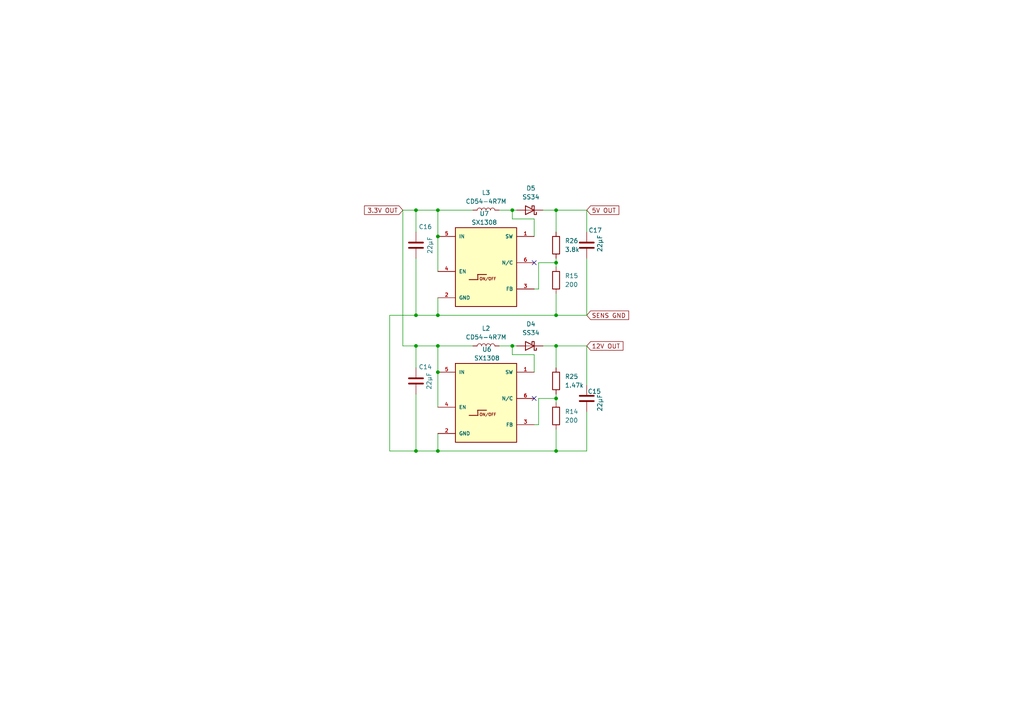
<source format=kicad_sch>
(kicad_sch (version 20250114) (generator "eeschema") (generator_version "9.0")
  (paper "A4")
  (title_block (title "Daniel Kluka Weather Station - DKWS") (date "2025-05-27") (rev "4") (company "Brno University of Technology") (comment 1 "Faculty of Eelectrical Engineering") (comment 2 "Department of Telecommunications") (comment 3 "Meteo Telcorain") (comment 4 "Bc. Daniel Kluka"))
  (lib_symbols
    (symbol "Device:C" (pin_numbers (hide yes)) (pin_names (offset 0.254))
      (property "Reference" "C" (at 0.635 2.54 0))
      (property "Value" "C" (at 0.635 -2.54 0))
      (symbol "C_0_1"
        (polyline (pts (xy -2.032 0.762) (xy 2.032 0.762)) (stroke (width 0.508)))
        (polyline (pts (xy -2.032 -0.762) (xy 2.032 -0.762)) (stroke (width 0.508)))
      )
      (symbol "C_1_1"
        (pin passive line (at 0 3.81 270) (length 2.794) (name "~") (number "1"))
        (pin passive line (at 0 -3.81 90) (length 2.794) (name "~") (number "2"))
      )
    )
    (symbol "Device:L" (pin_numbers (hide yes)) (pin_names (offset 1.016) (hide yes))
      (property "Reference" "L" (at -1.27 0 90))
      (property "Value" "L" (at 1.905 0 90))
      (symbol "L_0_1"
        (arc (start 0 2.54) (mid 0.6323 1.905) (end 0 1.27))
        (arc (start 0 1.27) (mid 0.6323 0.635) (end 0 0))
        (arc (start 0 0) (mid 0.6323 -0.635) (end 0 -1.27))
        (arc (start 0 -1.27) (mid 0.6323 -1.905) (end 0 -2.54))
      )
      (symbol "L_1_1"
        (pin passive line (at 0 3.81 270) (length 1.27) (name "1") (number "1"))
        (pin passive line (at 0 -3.81 90) (length 1.27) (name "2") (number "2"))
      )
    )
    (symbol "Device:R" (pin_numbers (hide yes)) (pin_names (offset 0))
      (property "Reference" "R" (at 2.032 0 90))
      (property "Value" "R" (at 0 0 90))
      (symbol "R_0_1"
        (rectangle (start -1.016 -2.54) (end 1.016 2.54) (stroke (width 0.254)))
      )
      (symbol "R_1_1"
        (pin passive line (at 0 3.81 270) (length 1.27) (name "~") (number "1"))
        (pin passive line (at 0 -3.81 90) (length 1.27) (name "~") (number "2"))
      )
    )
    (symbol "Diode:SS34" (pin_numbers (hide yes)) (pin_names (offset 1.016) (hide yes))
      (property "Reference" "D" (at 0 2.54 0))
      (property "Value" "SS34" (at 0 -2.54 0))
      (symbol "SS34_0_1"
        (polyline (pts (xy -1.905 0.635) (xy -1.905 1.27) (xy -1.27 1.27) (xy -1.27 -1.27) (xy -0.635 -1.27) (xy -0.635 -0.635)) (stroke (width 0.254)))
        (polyline (pts (xy 1.27 1.27) (xy 1.27 -1.27) (xy -1.27 0) (xy 1.27 1.27)) (stroke (width 0.254)))
        (polyline (pts (xy 1.27 0) (xy -1.27 0)))
      )
      (symbol "SS34_1_1"
        (pin passive line (at -3.81 0 0) (length 2.54) (name "K") (number "1"))
        (pin passive line (at 3.81 0 180) (length 2.54) (name "A") (number "2"))
      )
    )
    (symbol "SX1308:SX1308" (pin_names (offset 1.016))
      (property "Reference" "U" (at -17.7823 20.3227 0))
      (property "Value" "SX1308" (at -17.8112 17.8112 0))
      (symbol "SX1308_0_0"
        (rectangle (start -17.78 -7.62) (end 0 15.24) (stroke (width 0.254)) (fill (type background)))
        (polyline (pts (xy -13.7869 0.1747) (xy -11.2469 0.1747)) (stroke (width 0.254)))
        (polyline (pts (xy -11.305 1.6663) (xy -8.765 1.6663)) (stroke (width 0.254)))
        (polyline (pts (xy -11.2469 0.1747) (xy -11.305 1.6663)) (stroke (width 0.254)))
        (text "ON/OFF" (at -10.8715 -0.0583 0) (effects (font (size 0.8139 0.8139)) (justify left bottom)))
        (pin bidirectional line (at -22.86 12.7 0) (length 5.08) (name "IN") (number "5"))
        (pin bidirectional line (at -22.86 2.54 0) (length 5.08) (name "EN") (number "4"))
        (pin bidirectional line (at -22.86 -5.08 0) (length 5.08) (name "GND") (number "2"))
        (pin bidirectional line (at 5.08 12.7 180) (length 5.08) (name "SW") (number "1"))
        (pin bidirectional line (at 5.08 5.08 180) (length 5.08) (name "N/C") (number "6"))
        (pin bidirectional line (at 5.08 -2.54 180) (length 5.08) (name "FB") (number "3"))
      )
    )
  )
  (junction (at 148.59 100.33))
  (junction (at 127 60.96))
  (junction (at 120.65 130.81))
  (junction (at 120.65 60.96))
  (junction (at 127 130.81))
  (junction (at 161.29 76.2))
  (junction (at 161.29 91.44))
  (junction (at 127 68.58))
  (junction (at 161.29 100.33))
  (junction (at 161.29 115.57))
  (junction (at 148.59 60.96))
  (junction (at 120.65 91.44))
  (junction (at 127 100.33))
  (junction (at 127 107.95))
  (junction (at 120.65 100.33))
  (junction (at 127 91.44))
  (junction (at 161.29 130.81))
  (junction (at 161.29 60.96))
  (no_connect (at 154.94 115.57))
  (no_connect (at 154.94 76.2))
  (wire (pts (xy 120.65 100.33) (xy 127 100.33)))
  (wire (pts (xy 127 86.36) (xy 127 91.44)))
  (wire (pts (xy 156.21 76.2) (xy 161.29 76.2)))
  (wire (pts (xy 154.94 83.82) (xy 156.21 83.82)))
  (wire (pts (xy 144.78 100.33) (xy 148.59 100.33)))
  (wire (pts (xy 120.65 106.68) (xy 120.65 100.33)))
  (wire (pts (xy 156.21 76.2) (xy 156.21 83.82)))
  (wire (pts (xy 113.03 91.44) (xy 120.65 91.44)))
  (wire (pts (xy 161.29 60.96) (xy 170.18 60.96)))
  (wire (pts (xy 120.65 60.96) (xy 127 60.96)))
  (wire (pts (xy 161.29 130.81) (xy 161.29 124.46)))
  (wire (pts (xy 170.18 119.38) (xy 170.18 130.81)))
  (wire (pts (xy 154.94 123.19) (xy 156.21 123.19)))
  (wire (pts (xy 170.18 60.96) (xy 170.18 67.31)))
  (wire (pts (xy 127 130.81) (xy 161.29 130.81)))
  (wire (pts (xy 120.65 74.93) (xy 120.65 91.44)))
  (wire (pts (xy 161.29 100.33) (xy 161.29 106.68)))
  (wire (pts (xy 157.48 100.33) (xy 161.29 100.33)))
  (wire (pts (xy 161.29 114.3) (xy 161.29 115.57)))
  (wire (pts (xy 148.59 102.87) (xy 148.59 100.33)))
  (wire (pts (xy 116.84 60.96) (xy 116.84 100.33)))
  (wire (pts (xy 113.03 130.81) (xy 120.65 130.81)))
  (wire (pts (xy 116.84 100.33) (xy 120.65 100.33)))
  (wire (pts (xy 161.29 115.57) (xy 161.29 116.84)))
  (wire (pts (xy 161.29 76.2) (xy 161.29 77.47)))
  (wire (pts (xy 113.03 91.44) (xy 113.03 130.81)))
  (wire (pts (xy 116.84 60.96) (xy 120.65 60.96)))
  (wire (pts (xy 120.65 60.96) (xy 120.65 67.31)))
  (wire (pts (xy 154.94 107.95) (xy 154.94 102.87)))
  (wire (pts (xy 148.59 63.5) (xy 154.94 63.5)))
  (wire (pts (xy 154.94 102.87) (xy 148.59 102.87)))
  (wire (pts (xy 127 107.95) (xy 127 118.11)))
  (wire (pts (xy 157.48 60.96) (xy 161.29 60.96)))
  (wire (pts (xy 127 100.33) (xy 137.16 100.33)))
  (wire (pts (xy 120.65 114.3) (xy 120.65 130.81)))
  (wire (pts (xy 127 125.73) (xy 127 130.81)))
  (wire (pts (xy 120.65 130.81) (xy 127 130.81)))
  (wire (pts (xy 127 91.44) (xy 161.29 91.44)))
  (wire (pts (xy 161.29 100.33) (xy 170.18 100.33)))
  (wire (pts (xy 156.21 115.57) (xy 161.29 115.57)))
  (wire (pts (xy 170.18 100.33) (xy 170.18 111.76)))
  (wire (pts (xy 127 100.33) (xy 127 107.95)))
  (wire (pts (xy 148.59 100.33) (xy 149.86 100.33)))
  (wire (pts (xy 161.29 91.44) (xy 161.29 85.09)))
  (wire (pts (xy 154.94 63.5) (xy 154.94 68.58)))
  (wire (pts (xy 127 68.58) (xy 127 78.74)))
  (wire (pts (xy 127 60.96) (xy 127 68.58)))
  (wire (pts (xy 144.78 60.96) (xy 148.59 60.96)))
  (wire (pts (xy 170.18 74.93) (xy 170.18 91.44)))
  (wire (pts (xy 148.59 60.96) (xy 149.86 60.96)))
  (wire (pts (xy 156.21 115.57) (xy 156.21 123.19)))
  (wire (pts (xy 161.29 130.81) (xy 170.18 130.81)))
  (wire (pts (xy 148.59 60.96) (xy 148.59 63.5)))
  (wire (pts (xy 161.29 74.93) (xy 161.29 76.2)))
  (wire (pts (xy 170.18 91.44) (xy 161.29 91.44)))
  (wire (pts (xy 161.29 60.96) (xy 161.29 67.31)))
  (wire (pts (xy 127 60.96) (xy 137.16 60.96)))
  (wire (pts (xy 120.65 91.44) (xy 127 91.44)))
  (global_label "12V OUT" (shape input) (at 170.18 100.33 0) (property "Intersheetrefs" "${INTERSHEET_REFS}" (effects (hide yes))))
  (global_label "3.3V OUT" (shape input) (at 116.84 60.96 180) (property "Intersheetrefs" "${INTERSHEET_REFS}" (effects (hide yes))))
  (global_label "5V OUT" (shape input) (at 170.18 60.96 0) (property "Intersheetrefs" "${INTERSHEET_REFS}" (effects (hide yes))))
  (global_label "SENS GND" (shape input) (at 170.18 91.44 0) (property "Intersheetrefs" "${INTERSHEET_REFS}" (effects (hide yes))))
  (symbol (lib_id "Diode:SS34") (at 153.67 100.33 180) (unit 1)
    (property "Reference" "D4" (at 153.9875 93.98 0))
    (property "Value" "SS34" (at 153.9875 96.52 0))
    (property "Footprint" "Diode_SMD:D_SMA" (effects (hide yes)))
    (property "Datasheet" "https://www.vishay.com/docs/88751/ss32.pdf" (effects (hide yes)))
    (property "Description" "40V 3A Schottky Diode, SMA" (effects (hide yes)))
    (property "LCSC" "C8678" (effects (hide yes)))
  )
  (symbol (lib_id "SX1308:SX1308") (at 149.86 120.65 0) (unit 1)
    (property "Reference" "U6" (at 141.224 101.346 0))
    (property "Value" "SX1308" (at 141.224 103.886 0))
    (property "Footprint" "SX1308:SOT-23-6" (effects (hide yes)))
    (property "MF" "Semtech Corporation" (effects (hide yes)))
    (property "DESCRIPTION" "Digital Baseband Chip For Indoor Lorawan Pico Gateways" (effects (hide yes)))
    (property "PACKAGE" "- Semtech Corporation" (effects (hide yes)))
    (property "PRICE" "None" (effects (hide yes)))
    (property "Package" "- Semtech Corporation" (effects (hide yes)))
    (property "Check_prices" "https://www.snapeda.com/parts/SX1308/Semtech/view-part/?ref=eda" (effects (hide yes)))
    (property "Price" "None" (effects (hide yes)))
    (property "SnapEDA_Link" "https://www.snapeda.com/parts/SX1308/Semtech/view-part/?ref=snap" (effects (hide yes)))
    (property "MP" "SX1308" (effects (hide yes)))
    (property "Availability" "Not in stock" (effects (hide yes)))
    (property "AVAILABILITY" "Unavailable" (effects (hide yes)))
    (property "Description_1" "DEV PICOCELL GATEWAY 490MHZ" (effects (hide yes)))
    (property "LCSC" "C78162" (effects (hide yes)))
  )
  (symbol (lib_id "Device:C") (at 120.65 110.49 0) (unit 1)
    (property "Reference" "C14" (at 121.412 106.426 0) (effects (justify left)))
    (property "Value" "22μF" (at 124.46 113.03 90) (effects (justify left)))
    (property "Footprint" "Capacitor_SMD:C_0805_2012Metric" (effects (hide yes)))
    (property "Description" "Unpolarized capacitor" (effects (hide yes)))
    (property "LCSC" "C59461" (effects (hide yes)))
  )
  (symbol (lib_id "Device:C") (at 170.18 115.57 0) (unit 1)
    (property "Reference" "C15" (at 170.434 113.538 0) (effects (justify left)))
    (property "Value" "22μF" (at 173.99 119.38 90) (effects (justify left)))
    (property "Footprint" "Capacitor_SMD:C_0805_2012Metric" (effects (hide yes)))
    (property "Description" "Unpolarized capacitor" (effects (hide yes)))
    (property "LCSC" "C59461" (effects (hide yes)))
  )
  (symbol (lib_id "Device:L") (at 140.97 100.33 90) (unit 1)
    (property "Reference" "L2" (at 140.97 95.25 90))
    (property "Value" "CD54-4R7M" (at 140.97 97.79 90))
    (property "Footprint" "Inductor_SMD:L_Coilcraft_XAL6060-XXX" (effects (hide yes)))
    (property "Description" "Inductor" (effects (hide yes)))
    (property "Part" "CD54-4R7M" (effects (hide yes)))
    (property "LCSC" "C2826660" (effects (hide yes)))
  )
  (symbol (lib_id "Device:R") (at 161.29 81.28 0) (unit 1)
    (property "Reference" "R15" (at 163.83 80.0099 0) (effects (justify left)))
    (property "Value" "200" (at 163.83 82.5499 0) (effects (justify left)))
    (property "Footprint" "Resistor_SMD:R_0603_1608Metric" (effects (hide yes)))
    (property "Description" "Resistor" (effects (hide yes)))
    (property "LCSC" "C8218" (effects (hide yes)))
  )
  (symbol (lib_id "Device:R") (at 161.29 110.49 0) (unit 1)
    (property "Reference" "R25" (at 163.83 109.2199 0) (effects (justify left)))
    (property "Value" "1.47k" (at 163.83 111.7599 0) (effects (justify left)))
    (property "Footprint" "Resistor_SMD:R_0603_1608Metric" (effects (hide yes)))
    (property "Description" "Resistor" (effects (hide yes)))
    (property "LCSC" "C844331" (effects (hide yes)))
  )
  (symbol (lib_id "Device:L") (at 140.97 60.96 90) (unit 1)
    (property "Reference" "L3" (at 140.97 55.88 90))
    (property "Value" "CD54-4R7M" (at 140.97 58.42 90))
    (property "Footprint" "Inductor_SMD:L_Coilcraft_XAL6060-XXX" (effects (hide yes)))
    (property "Description" "Inductor" (effects (hide yes)))
    (property "Part" "CD54-4R7M" (effects (hide yes)))
    (property "LCSC" "C2826660" (effects (hide yes)))
  )
  (symbol (lib_id "SX1308:SX1308") (at 149.86 81.28 0) (unit 1)
    (property "Reference" "U7" (at 140.462 61.976 0))
    (property "Value" "SX1308" (at 140.462 64.516 0))
    (property "Footprint" "SX1308:SOT-23-6" (effects (hide yes)))
    (property "MF" "Semtech Corporation" (effects (hide yes)))
    (property "DESCRIPTION" "Digital Baseband Chip For Indoor Lorawan Pico Gateways" (effects (hide yes)))
    (property "PACKAGE" "- Semtech Corporation" (effects (hide yes)))
    (property "PRICE" "None" (effects (hide yes)))
    (property "Package" "- Semtech Corporation" (effects (hide yes)))
    (property "Check_prices" "https://www.snapeda.com/parts/SX1308/Semtech/view-part/?ref=eda" (effects (hide yes)))
    (property "Price" "None" (effects (hide yes)))
    (property "SnapEDA_Link" "https://www.snapeda.com/parts/SX1308/Semtech/view-part/?ref=snap" (effects (hide yes)))
    (property "MP" "SX1308" (effects (hide yes)))
    (property "Availability" "Not in stock" (effects (hide yes)))
    (property "AVAILABILITY" "Unavailable" (effects (hide yes)))
    (property "Description_1" "DEV PICOCELL GATEWAY 490MHZ" (effects (hide yes)))
    (property "LCSC" "C78162" (effects (hide yes)))
  )
  (symbol (lib_id "Device:R") (at 161.29 120.65 0) (unit 1)
    (property "Reference" "R14" (at 163.83 119.3799 0) (effects (justify left)))
    (property "Value" "200" (at 163.83 121.9199 0) (effects (justify left)))
    (property "Footprint" "Resistor_SMD:R_0603_1608Metric" (effects (hide yes)))
    (property "Description" "Resistor" (effects (hide yes)))
    (property "LCSC" "C8218" (effects (hide yes)))
  )
  (symbol (lib_id "Device:C") (at 170.18 71.12 0) (unit 1)
    (property "Reference" "C17" (at 170.688 66.802 0) (effects (justify left)))
    (property "Value" "22μF" (at 173.99 73.152 90) (effects (justify left)))
    (property "Footprint" "Capacitor_SMD:C_0805_2012Metric" (effects (hide yes)))
    (property "Description" "Unpolarized capacitor" (effects (hide yes)))
    (property "LCSC" "C59461" (effects (hide yes)))
  )
  (symbol (lib_id "Device:C") (at 120.65 71.12 0) (unit 1)
    (property "Reference" "C16" (at 121.412 65.786 0) (effects (justify left)))
    (property "Value" "22μF" (at 124.714 73.66 90) (effects (justify left)))
    (property "Footprint" "Capacitor_SMD:C_0805_2012Metric" (effects (hide yes)))
    (property "Description" "Unpolarized capacitor" (effects (hide yes)))
    (property "LCSC" "C59461" (effects (hide yes)))
  )
  (symbol (lib_id "Diode:SS34") (at 153.67 60.96 180) (unit 1)
    (property "Reference" "D5" (at 153.9875 54.61 0))
    (property "Value" "SS34" (at 153.9875 57.15 0))
    (property "Footprint" "Diode_SMD:D_SMA" (effects (hide yes)))
    (property "Datasheet" "https://www.vishay.com/docs/88751/ss32.pdf" (effects (hide yes)))
    (property "Description" "40V 3A Schottky Diode, SMA" (effects (hide yes)))
    (property "LCSC" "C8678" (effects (hide yes)))
  )
  (symbol (lib_id "Device:R") (at 161.29 71.12 0) (unit 1)
    (property "Reference" "R26" (at 163.83 69.8499 0) (effects (justify left)))
    (property "Value" "3.8k" (at 163.83 72.3899 0) (effects (justify left)))
    (property "Footprint" "Resistor_SMD:R_0603_1608Metric" (effects (hide yes)))
    (property "Description" "Resistor" (effects (hide yes)))
    (property "LCSC" "C22982" (effects (hide yes)))
  )
)
</source>
